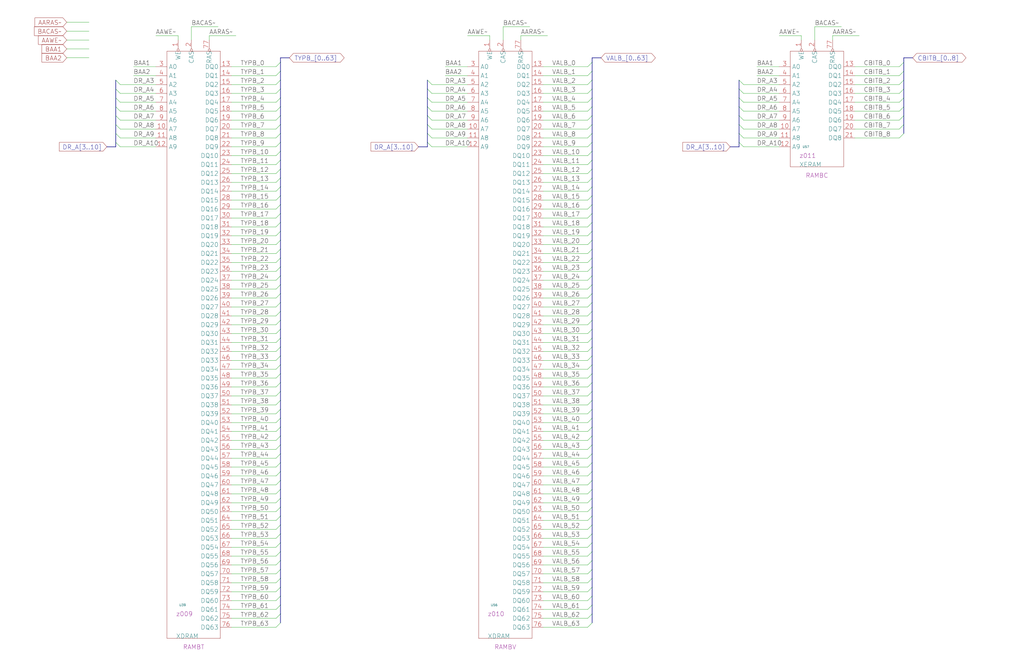
<source format=kicad_sch>
(kicad_sch (version 20230121) (generator eeschema)
  (paper "User" 584.2 378.46)
  (title_block (title "PLANEB DYNAMIC RAMS\\nTYPE BITS 0-31\\nCHECK BITS 0-2") (date "08-MAR-90") (rev "0.0") (comment 1 "MEM32 BOARD") (comment 2 "232-003066") (comment 3 "S400") (comment 4 "RELEASED"))
  (lib_symbols
    (symbol "r1000:XDRAM" (pin_names (offset 1.016))
      (property "Reference" "U" (at 2.54 5.08 0))
      (property "Value" "XDRAM" (at -1.27 -12.7 0))
      (property "Location" "___" (at -1.27 0 0))
      (property "Name" "______" (at 8.89 -20.32 0))
      (symbol "XDRAM_1_1"
        (rectangle (start -6.35 321.31) (end 24.13 -13.97))
        (circle (center 0 321.945) (radius 0.635))
        (circle (center 7.62 321.945) (radius 0.635))
        (circle (center 17.78 321.945) (radius 0.635))
        (pin input line (at 0 327.66 270) (length 5.08) (name "WE") (number "1"))
        (pin input line (at -12.7 276.86 0) (length 6.35) (name "A7") (number "10"))
        (pin input line (at -12.7 271.78 0) (length 6.35) (name "A8") (number "11"))
        (pin input line (at -12.7 266.7 0) (length 6.35) (name "A9") (number "12"))
        (pin bidirectional line (at 30.48 312.42 180) (length 6.35) (name "DQ0") (number "13"))
        (pin bidirectional line (at 30.48 307.34 180) (length 6.35) (name "DQ1") (number "14"))
        (pin bidirectional line (at 30.48 302.26 180) (length 6.35) (name "DQ2") (number "15"))
        (pin bidirectional line (at 30.48 297.18 180) (length 6.35) (name "DQ3") (number "16"))
        (pin bidirectional line (at 30.48 292.1 180) (length 6.35) (name "DQ4") (number "17"))
        (pin bidirectional line (at 30.48 287.02 180) (length 6.35) (name "DQ5") (number "18"))
        (pin bidirectional line (at 30.48 281.94 180) (length 6.35) (name "DQ6") (number "19"))
        (pin input line (at 7.62 327.66 270) (length 5.08) (name "CAS") (number "2"))
        (pin bidirectional line (at 30.48 276.86 180) (length 6.35) (name "DQ7") (number "20"))
        (pin bidirectional line (at 30.48 271.78 180) (length 6.35) (name "DQ8") (number "21"))
        (pin bidirectional line (at 30.48 266.7 180) (length 6.35) (name "DQ9") (number "22"))
        (pin bidirectional line (at 30.48 261.62 180) (length 6.35) (name "DQ10") (number "23"))
        (pin bidirectional line (at 30.48 256.54 180) (length 6.35) (name "DQ11") (number "24"))
        (pin bidirectional line (at 30.48 251.46 180) (length 6.35) (name "DQ12") (number "25"))
        (pin bidirectional line (at 30.48 246.38 180) (length 6.35) (name "DQ13") (number "26"))
        (pin bidirectional line (at 30.48 241.3 180) (length 6.35) (name "DQ14") (number "27"))
        (pin bidirectional line (at 30.48 236.22 180) (length 6.35) (name "DQ15") (number "28"))
        (pin bidirectional line (at 30.48 231.14 180) (length 6.35) (name "DQ16") (number "29"))
        (pin input line (at -12.7 312.42 0) (length 6.35) (name "A0") (number "3"))
        (pin bidirectional line (at 30.48 226.06 180) (length 6.35) (name "DQ17") (number "30"))
        (pin bidirectional line (at 30.48 220.98 180) (length 6.35) (name "DQ18") (number "31"))
        (pin bidirectional line (at 30.48 215.9 180) (length 6.35) (name "DQ19") (number "32"))
        (pin bidirectional line (at 30.48 210.82 180) (length 6.35) (name "DQ20") (number "33"))
        (pin bidirectional line (at 30.48 205.74 180) (length 6.35) (name "DQ21") (number "34"))
        (pin bidirectional line (at 30.48 200.66 180) (length 6.35) (name "DQ22") (number "35"))
        (pin bidirectional line (at 30.48 195.58 180) (length 6.35) (name "DQ23") (number "36"))
        (pin bidirectional line (at 30.48 190.5 180) (length 6.35) (name "DQ24") (number "37"))
        (pin bidirectional line (at 30.48 185.42 180) (length 6.35) (name "DQ25") (number "38"))
        (pin bidirectional line (at 30.48 180.34 180) (length 6.35) (name "DQ26") (number "39"))
        (pin input line (at -12.7 307.34 0) (length 6.35) (name "A1") (number "4"))
        (pin bidirectional line (at 30.48 175.26 180) (length 6.35) (name "DQ27") (number "40"))
        (pin bidirectional line (at 30.48 170.18 180) (length 6.35) (name "DQ28") (number "41"))
        (pin bidirectional line (at 30.48 165.1 180) (length 6.35) (name "DQ29") (number "42"))
        (pin bidirectional line (at 30.48 160.02 180) (length 6.35) (name "DQ30") (number "43"))
        (pin bidirectional line (at 30.48 154.94 180) (length 6.35) (name "DQ31") (number "44"))
        (pin bidirectional line (at 30.48 149.86 180) (length 6.35) (name "DQ32") (number "45"))
        (pin bidirectional line (at 30.48 144.78 180) (length 6.35) (name "DQ33") (number "46"))
        (pin bidirectional line (at 30.48 139.7 180) (length 6.35) (name "DQ34") (number "47"))
        (pin bidirectional line (at 30.48 134.62 180) (length 6.35) (name "DQ35") (number "48"))
        (pin bidirectional line (at 30.48 129.54 180) (length 6.35) (name "DQ36") (number "49"))
        (pin input line (at -12.7 302.26 0) (length 6.35) (name "A2") (number "5"))
        (pin bidirectional line (at 30.48 124.46 180) (length 6.35) (name "DQ37") (number "50"))
        (pin bidirectional line (at 30.48 119.38 180) (length 6.35) (name "DQ38") (number "51"))
        (pin bidirectional line (at 30.48 114.3 180) (length 6.35) (name "DQ39") (number "52"))
        (pin bidirectional line (at 30.48 109.22 180) (length 6.35) (name "DQ40") (number "53"))
        (pin bidirectional line (at 30.48 104.14 180) (length 6.35) (name "DQ41") (number "54"))
        (pin bidirectional line (at 30.48 99.06 180) (length 6.35) (name "DQ42") (number "55"))
        (pin bidirectional line (at 30.48 93.98 180) (length 6.35) (name "DQ43") (number "56"))
        (pin bidirectional line (at 30.48 88.9 180) (length 6.35) (name "DQ44") (number "57"))
        (pin bidirectional line (at 30.48 83.82 180) (length 6.35) (name "DQ45") (number "58"))
        (pin bidirectional line (at 30.48 78.74 180) (length 6.35) (name "DQ46") (number "59"))
        (pin input line (at -12.7 297.18 0) (length 6.35) (name "A3") (number "6"))
        (pin bidirectional line (at 30.48 73.66 180) (length 6.35) (name "DQ47") (number "60"))
        (pin bidirectional line (at 30.48 68.58 180) (length 6.35) (name "DQ48") (number "61"))
        (pin bidirectional line (at 30.48 63.5 180) (length 6.35) (name "DQ49") (number "62"))
        (pin bidirectional line (at 30.48 58.42 180) (length 6.35) (name "DQ50") (number "63"))
        (pin bidirectional line (at 30.48 53.34 180) (length 6.35) (name "DQ51") (number "64"))
        (pin bidirectional line (at 30.48 48.26 180) (length 6.35) (name "DQ52") (number "65"))
        (pin bidirectional line (at 30.48 43.18 180) (length 6.35) (name "DQ53") (number "66"))
        (pin bidirectional line (at 30.48 38.1 180) (length 6.35) (name "DQ54") (number "67"))
        (pin bidirectional line (at 30.48 33.02 180) (length 6.35) (name "DQ55") (number "68"))
        (pin bidirectional line (at 30.48 27.94 180) (length 6.35) (name "DQ56") (number "69"))
        (pin input line (at -12.7 292.1 0) (length 6.35) (name "A4") (number "7"))
        (pin bidirectional line (at 30.48 22.86 180) (length 6.35) (name "DQ57") (number "70"))
        (pin bidirectional line (at 30.48 17.78 180) (length 6.35) (name "DQ58") (number "71"))
        (pin bidirectional line (at 30.48 12.7 180) (length 6.35) (name "DQ59") (number "72"))
        (pin bidirectional line (at 30.48 7.62 180) (length 6.35) (name "DQ60") (number "73"))
        (pin bidirectional line (at 30.48 2.54 180) (length 6.35) (name "DQ61") (number "74"))
        (pin bidirectional line (at 30.48 -2.54 180) (length 6.35) (name "DQ62") (number "75"))
        (pin bidirectional line (at 30.48 -7.62 180) (length 6.35) (name "DQ63") (number "76"))
        (pin input line (at 17.78 327.66 270) (length 5.08) (name "RAS") (number "77"))
        (pin input line (at -12.7 287.02 0) (length 6.35) (name "A5") (number "8"))
        (pin input line (at -12.7 281.94 0) (length 6.35) (name "A6") (number "9"))
      )
    )
    (symbol "r1000:XERAM" (pin_names (offset 1.016))
      (property "Reference" "U" (at 2.54 5.08 0))
      (property "Value" "XERAM" (at -1.27 -5.08 0))
      (property "Location" "___" (at -1.27 0 0))
      (property "Name" "______" (at 8.89 -12.7 0))
      (symbol "XERAM_1_1"
        (rectangle (start -6.35 59.69) (end 24.13 -6.35))
        (circle (center 0 60.325) (radius 0.635))
        (circle (center 7.62 60.325) (radius 0.635))
        (circle (center 17.78 60.325) (radius 0.635))
        (pin input line (at 0 66.04 270) (length 5.08) (name "WE") (number "1"))
        (pin input line (at -12.7 15.24 0) (length 6.35) (name "A7") (number "10"))
        (pin input line (at -12.7 10.16 0) (length 6.35) (name "A8") (number "11"))
        (pin input line (at -12.7 5.08 0) (length 6.35) (name "A9") (number "12"))
        (pin bidirectional line (at 30.48 50.8 180) (length 6.35) (name "DQ0") (number "13"))
        (pin bidirectional line (at 30.48 45.72 180) (length 6.35) (name "DQ1") (number "14"))
        (pin bidirectional line (at 30.48 40.64 180) (length 6.35) (name "DQ2") (number "15"))
        (pin bidirectional line (at 30.48 35.56 180) (length 6.35) (name "DQ3") (number "16"))
        (pin bidirectional line (at 30.48 30.48 180) (length 6.35) (name "DQ4") (number "17"))
        (pin bidirectional line (at 30.48 25.4 180) (length 6.35) (name "DQ5") (number "18"))
        (pin bidirectional line (at 30.48 20.32 180) (length 6.35) (name "DQ6") (number "19"))
        (pin input line (at 7.62 66.04 270) (length 5.08) (name "CAS") (number "2"))
        (pin bidirectional line (at 30.48 15.24 180) (length 6.35) (name "DQ7") (number "20"))
        (pin bidirectional line (at 30.48 10.16 180) (length 6.35) (name "DQ8") (number "21"))
        (pin input line (at -12.7 50.8 0) (length 6.35) (name "A0") (number "3"))
        (pin input line (at -12.7 45.72 0) (length 6.35) (name "A1") (number "4"))
        (pin input line (at -12.7 40.64 0) (length 6.35) (name "A2") (number "5"))
        (pin input line (at -12.7 35.56 0) (length 6.35) (name "A3") (number "6"))
        (pin input line (at -12.7 30.48 0) (length 6.35) (name "A4") (number "7"))
        (pin input line (at 17.78 66.04 270) (length 5.08) (name "RAS") (number "77"))
        (pin input line (at -12.7 25.4 0) (length 6.35) (name "A5") (number "8"))
        (pin input line (at -12.7 20.32 0) (length 6.35) (name "A6") (number "9"))
      )
    )
  )
  (bus_entry (at 337.82 162.56) (size -2.54 2.54))
  (bus_entry (at 337.82 330.2) (size -2.54 2.54))
  (bus_entry (at 160.02 132.08) (size -2.54 2.54))
  (bus_entry (at 243.84 66.04) (size 2.54 2.54))
  (bus_entry (at 160.02 198.12) (size -2.54 2.54))
  (bus_entry (at 337.82 203.2) (size -2.54 2.54))
  (bus_entry (at 160.02 40.64) (size -2.54 2.54))
  (bus_entry (at 160.02 101.6) (size -2.54 2.54))
  (bus_entry (at 160.02 50.8) (size -2.54 2.54))
  (bus_entry (at 337.82 157.48) (size -2.54 2.54))
  (bus_entry (at 66.04 76.2) (size 2.54 2.54))
  (bus_entry (at 337.82 340.36) (size -2.54 2.54))
  (bus_entry (at 337.82 71.12) (size -2.54 2.54))
  (bus_entry (at 66.04 50.8) (size 2.54 2.54))
  (bus_entry (at 337.82 218.44) (size -2.54 2.54))
  (bus_entry (at 160.02 274.32) (size -2.54 2.54))
  (bus_entry (at 66.04 60.96) (size 2.54 2.54))
  (bus_entry (at 160.02 238.76) (size -2.54 2.54))
  (bus_entry (at 337.82 182.88) (size -2.54 2.54))
  (bus_entry (at 160.02 116.84) (size -2.54 2.54))
  (bus_entry (at 337.82 233.68) (size -2.54 2.54))
  (bus_entry (at 337.82 274.32) (size -2.54 2.54))
  (bus_entry (at 160.02 172.72) (size -2.54 2.54))
  (bus_entry (at 337.82 320.04) (size -2.54 2.54))
  (bus_entry (at 160.02 299.72) (size -2.54 2.54))
  (bus_entry (at 160.02 279.4) (size -2.54 2.54))
  (bus_entry (at 160.02 314.96) (size -2.54 2.54))
  (bus_entry (at 160.02 223.52) (size -2.54 2.54))
  (bus_entry (at 243.84 71.12) (size 2.54 2.54))
  (bus_entry (at 160.02 45.72) (size -2.54 2.54))
  (bus_entry (at 160.02 233.68) (size -2.54 2.54))
  (bus_entry (at 337.82 350.52) (size -2.54 2.54))
  (bus_entry (at 243.84 60.96) (size 2.54 2.54))
  (bus_entry (at 160.02 142.24) (size -2.54 2.54))
  (bus_entry (at 160.02 121.92) (size -2.54 2.54))
  (bus_entry (at 160.02 350.52) (size -2.54 2.54))
  (bus_entry (at 337.82 314.96) (size -2.54 2.54))
  (bus_entry (at 160.02 284.48) (size -2.54 2.54))
  (bus_entry (at 160.02 345.44) (size -2.54 2.54))
  (bus_entry (at 160.02 309.88) (size -2.54 2.54))
  (bus_entry (at 160.02 157.48) (size -2.54 2.54))
  (bus_entry (at 337.82 172.72) (size -2.54 2.54))
  (bus_entry (at 337.82 127) (size -2.54 2.54))
  (bus_entry (at 160.02 340.36) (size -2.54 2.54))
  (bus_entry (at 337.82 137.16) (size -2.54 2.54))
  (bus_entry (at 160.02 106.68) (size -2.54 2.54))
  (bus_entry (at 160.02 111.76) (size -2.54 2.54))
  (bus_entry (at 160.02 335.28) (size -2.54 2.54))
  (bus_entry (at 337.82 289.56) (size -2.54 2.54))
  (bus_entry (at 337.82 55.88) (size -2.54 2.54))
  (bus_entry (at 337.82 66.04) (size -2.54 2.54))
  (bus_entry (at 160.02 269.24) (size -2.54 2.54))
  (bus_entry (at 160.02 187.96) (size -2.54 2.54))
  (bus_entry (at 160.02 304.8) (size -2.54 2.54))
  (bus_entry (at 243.84 45.72) (size 2.54 2.54))
  (bus_entry (at 160.02 96.52) (size -2.54 2.54))
  (bus_entry (at 337.82 279.4) (size -2.54 2.54))
  (bus_entry (at 421.64 81.28) (size 2.54 2.54))
  (bus_entry (at 160.02 55.88) (size -2.54 2.54))
  (bus_entry (at 337.82 101.6) (size -2.54 2.54))
  (bus_entry (at 421.64 55.88) (size 2.54 2.54))
  (bus_entry (at 337.82 132.08) (size -2.54 2.54))
  (bus_entry (at 337.82 264.16) (size -2.54 2.54))
  (bus_entry (at 337.82 309.88) (size -2.54 2.54))
  (bus_entry (at 160.02 86.36) (size -2.54 2.54))
  (bus_entry (at 337.82 228.6) (size -2.54 2.54))
  (bus_entry (at 337.82 345.44) (size -2.54 2.54))
  (bus_entry (at 337.82 142.24) (size -2.54 2.54))
  (bus_entry (at 421.64 60.96) (size 2.54 2.54))
  (bus_entry (at 337.82 284.48) (size -2.54 2.54))
  (bus_entry (at 337.82 40.64) (size -2.54 2.54))
  (bus_entry (at 160.02 294.64) (size -2.54 2.54))
  (bus_entry (at 337.82 259.08) (size -2.54 2.54))
  (bus_entry (at 337.82 60.96) (size -2.54 2.54))
  (bus_entry (at 160.02 152.4) (size -2.54 2.54))
  (bus_entry (at 160.02 147.32) (size -2.54 2.54))
  (bus_entry (at 160.02 182.88) (size -2.54 2.54))
  (bus_entry (at 337.82 81.28) (size -2.54 2.54))
  (bus_entry (at 160.02 330.2) (size -2.54 2.54))
  (bus_entry (at 515.62 35.56) (size -2.54 2.54))
  (bus_entry (at 337.82 106.68) (size -2.54 2.54))
  (bus_entry (at 515.62 55.88) (size -2.54 2.54))
  (bus_entry (at 515.62 66.04) (size -2.54 2.54))
  (bus_entry (at 337.82 35.56) (size -2.54 2.54))
  (bus_entry (at 337.82 248.92) (size -2.54 2.54))
  (bus_entry (at 160.02 76.2) (size -2.54 2.54))
  (bus_entry (at 160.02 218.44) (size -2.54 2.54))
  (bus_entry (at 337.82 355.6) (size -2.54 2.54))
  (bus_entry (at 66.04 81.28) (size 2.54 2.54))
  (bus_entry (at 160.02 243.84) (size -2.54 2.54))
  (bus_entry (at 160.02 289.56) (size -2.54 2.54))
  (bus_entry (at 243.84 81.28) (size 2.54 2.54))
  (bus_entry (at 421.64 76.2) (size 2.54 2.54))
  (bus_entry (at 337.82 91.44) (size -2.54 2.54))
  (bus_entry (at 160.02 137.16) (size -2.54 2.54))
  (bus_entry (at 160.02 213.36) (size -2.54 2.54))
  (bus_entry (at 66.04 66.04) (size 2.54 2.54))
  (bus_entry (at 243.84 50.8) (size 2.54 2.54))
  (bus_entry (at 160.02 228.6) (size -2.54 2.54))
  (bus_entry (at 337.82 335.28) (size -2.54 2.54))
  (bus_entry (at 160.02 66.04) (size -2.54 2.54))
  (bus_entry (at 337.82 116.84) (size -2.54 2.54))
  (bus_entry (at 515.62 45.72) (size -2.54 2.54))
  (bus_entry (at 160.02 248.92) (size -2.54 2.54))
  (bus_entry (at 160.02 203.2) (size -2.54 2.54))
  (bus_entry (at 337.82 50.8) (size -2.54 2.54))
  (bus_entry (at 66.04 45.72) (size 2.54 2.54))
  (bus_entry (at 337.82 177.8) (size -2.54 2.54))
  (bus_entry (at 337.82 45.72) (size -2.54 2.54))
  (bus_entry (at 337.82 121.92) (size -2.54 2.54))
  (bus_entry (at 337.82 147.32) (size -2.54 2.54))
  (bus_entry (at 160.02 193.04) (size -2.54 2.54))
  (bus_entry (at 337.82 325.12) (size -2.54 2.54))
  (bus_entry (at 337.82 223.52) (size -2.54 2.54))
  (bus_entry (at 337.82 269.24) (size -2.54 2.54))
  (bus_entry (at 337.82 294.64) (size -2.54 2.54))
  (bus_entry (at 421.64 50.8) (size 2.54 2.54))
  (bus_entry (at 337.82 198.12) (size -2.54 2.54))
  (bus_entry (at 421.64 66.04) (size 2.54 2.54))
  (bus_entry (at 160.02 162.56) (size -2.54 2.54))
  (bus_entry (at 337.82 111.76) (size -2.54 2.54))
  (bus_entry (at 160.02 91.44) (size -2.54 2.54))
  (bus_entry (at 160.02 35.56) (size -2.54 2.54))
  (bus_entry (at 243.84 55.88) (size 2.54 2.54))
  (bus_entry (at 337.82 86.36) (size -2.54 2.54))
  (bus_entry (at 337.82 193.04) (size -2.54 2.54))
  (bus_entry (at 421.64 71.12) (size 2.54 2.54))
  (bus_entry (at 160.02 177.8) (size -2.54 2.54))
  (bus_entry (at 337.82 304.8) (size -2.54 2.54))
  (bus_entry (at 337.82 167.64) (size -2.54 2.54))
  (bus_entry (at 337.82 187.96) (size -2.54 2.54))
  (bus_entry (at 66.04 71.12) (size 2.54 2.54))
  (bus_entry (at 160.02 71.12) (size -2.54 2.54))
  (bus_entry (at 337.82 152.4) (size -2.54 2.54))
  (bus_entry (at 421.64 45.72) (size 2.54 2.54))
  (bus_entry (at 515.62 50.8) (size -2.54 2.54))
  (bus_entry (at 515.62 76.2) (size -2.54 2.54))
  (bus_entry (at 160.02 167.64) (size -2.54 2.54))
  (bus_entry (at 337.82 76.2) (size -2.54 2.54))
  (bus_entry (at 337.82 299.72) (size -2.54 2.54))
  (bus_entry (at 243.84 76.2) (size 2.54 2.54))
  (bus_entry (at 515.62 71.12) (size -2.54 2.54))
  (bus_entry (at 337.82 243.84) (size -2.54 2.54))
  (bus_entry (at 160.02 127) (size -2.54 2.54))
  (bus_entry (at 160.02 320.04) (size -2.54 2.54))
  (bus_entry (at 160.02 264.16) (size -2.54 2.54))
  (bus_entry (at 515.62 40.64) (size -2.54 2.54))
  (bus_entry (at 160.02 355.6) (size -2.54 2.54))
  (bus_entry (at 337.82 208.28) (size -2.54 2.54))
  (bus_entry (at 515.62 60.96) (size -2.54 2.54))
  (bus_entry (at 337.82 213.36) (size -2.54 2.54))
  (bus_entry (at 160.02 254) (size -2.54 2.54))
  (bus_entry (at 337.82 254) (size -2.54 2.54))
  (bus_entry (at 160.02 208.28) (size -2.54 2.54))
  (bus_entry (at 337.82 96.52) (size -2.54 2.54))
  (bus_entry (at 160.02 325.12) (size -2.54 2.54))
  (bus_entry (at 160.02 81.28) (size -2.54 2.54))
  (bus_entry (at 160.02 60.96) (size -2.54 2.54))
  (bus_entry (at 160.02 259.08) (size -2.54 2.54))
  (bus_entry (at 66.04 55.88) (size 2.54 2.54))
  (bus_entry (at 337.82 238.76) (size -2.54 2.54))
  (wire (pts (xy 132.08 353.06) (xy 157.48 353.06)))
  (wire (pts (xy 309.88 160.02) (xy 335.28 160.02)))
  (wire (pts (xy 68.58 73.66) (xy 88.9 73.66)))
  (bus (pts (xy 160.02 345.44) (xy 160.02 350.52)))
  (bus (pts (xy 243.84 66.04) (xy 243.84 71.12)))
  (bus (pts (xy 337.82 101.6) (xy 337.82 106.68)))
  (wire (pts (xy 309.88 297.18) (xy 335.28 297.18)))
  (wire (pts (xy 132.08 205.74) (xy 157.48 205.74)))
  (wire (pts (xy 309.88 93.98) (xy 335.28 93.98)))
  (bus (pts (xy 160.02 71.12) (xy 160.02 76.2)))
  (wire (pts (xy 132.08 266.7) (xy 157.48 266.7)))
  (bus (pts (xy 160.02 96.52) (xy 160.02 101.6)))
  (bus (pts (xy 337.82 111.76) (xy 337.82 116.84)))
  (bus (pts (xy 337.82 172.72) (xy 337.82 177.8)))
  (wire (pts (xy 246.38 53.34) (xy 266.7 53.34)))
  (bus (pts (xy 337.82 243.84) (xy 337.82 248.92)))
  (bus (pts (xy 160.02 35.56) (xy 160.02 40.64)))
  (bus (pts (xy 337.82 289.56) (xy 337.82 294.64)))
  (wire (pts (xy 132.08 317.5) (xy 157.48 317.5)))
  (wire (pts (xy 309.88 119.38) (xy 335.28 119.38)))
  (bus (pts (xy 66.04 66.04) (xy 66.04 71.12)))
  (wire (pts (xy 254 43.18) (xy 266.7 43.18)))
  (bus (pts (xy 160.02 279.4) (xy 160.02 284.48)))
  (wire (pts (xy 309.88 292.1) (xy 335.28 292.1)))
  (wire (pts (xy 132.08 297.18) (xy 157.48 297.18)))
  (bus (pts (xy 160.02 294.64) (xy 160.02 299.72)))
  (bus (pts (xy 160.02 137.16) (xy 160.02 142.24)))
  (wire (pts (xy 309.88 241.3) (xy 335.28 241.3)))
  (bus (pts (xy 160.02 233.68) (xy 160.02 238.76)))
  (bus (pts (xy 337.82 137.16) (xy 337.82 142.24)))
  (bus (pts (xy 160.02 76.2) (xy 160.02 81.28)))
  (bus (pts (xy 160.02 218.44) (xy 160.02 223.52)))
  (bus (pts (xy 160.02 66.04) (xy 160.02 71.12)))
  (wire (pts (xy 246.38 83.82) (xy 266.7 83.82)))
  (wire (pts (xy 132.08 73.66) (xy 157.48 73.66)))
  (bus (pts (xy 337.82 40.64) (xy 337.82 45.72)))
  (bus (pts (xy 337.82 335.28) (xy 337.82 340.36)))
  (wire (pts (xy 109.22 15.24) (xy 109.22 22.86)))
  (bus (pts (xy 160.02 309.88) (xy 160.02 314.96)))
  (bus (pts (xy 337.82 320.04) (xy 337.82 325.12)))
  (wire (pts (xy 474.98 20.32) (xy 474.98 22.86)))
  (bus (pts (xy 337.82 304.8) (xy 337.82 309.88)))
  (bus (pts (xy 160.02 45.72) (xy 160.02 50.8)))
  (bus (pts (xy 160.02 182.88) (xy 160.02 187.96)))
  (bus (pts (xy 337.82 162.56) (xy 337.82 167.64)))
  (wire (pts (xy 132.08 83.82) (xy 157.48 83.82)))
  (bus (pts (xy 337.82 157.48) (xy 337.82 162.56)))
  (bus (pts (xy 160.02 152.4) (xy 160.02 157.48)))
  (bus (pts (xy 160.02 198.12) (xy 160.02 203.2)))
  (wire (pts (xy 132.08 271.78) (xy 157.48 271.78)))
  (bus (pts (xy 337.82 187.96) (xy 337.82 193.04)))
  (bus (pts (xy 337.82 147.32) (xy 337.82 152.4)))
  (wire (pts (xy 309.88 83.82) (xy 335.28 83.82)))
  (wire (pts (xy 132.08 149.86) (xy 157.48 149.86)))
  (bus (pts (xy 243.84 83.82) (xy 243.84 81.28)))
  (bus (pts (xy 337.82 167.64) (xy 337.82 172.72)))
  (bus (pts (xy 337.82 116.84) (xy 337.82 121.92)))
  (bus (pts (xy 421.64 76.2) (xy 421.64 81.28)))
  (bus (pts (xy 66.04 76.2) (xy 66.04 81.28)))
  (wire (pts (xy 309.88 312.42) (xy 335.28 312.42)))
  (wire (pts (xy 309.88 317.5) (xy 335.28 317.5)))
  (bus (pts (xy 243.84 60.96) (xy 243.84 66.04)))
  (wire (pts (xy 132.08 226.06) (xy 157.48 226.06)))
  (wire (pts (xy 309.88 165.1) (xy 335.28 165.1)))
  (wire (pts (xy 424.18 53.34) (xy 444.5 53.34)))
  (wire (pts (xy 309.88 226.06) (xy 335.28 226.06)))
  (wire (pts (xy 132.08 347.98) (xy 157.48 347.98)))
  (bus (pts (xy 160.02 33.02) (xy 160.02 35.56)))
  (wire (pts (xy 132.08 327.66) (xy 157.48 327.66)))
  (bus (pts (xy 160.02 248.92) (xy 160.02 254)))
  (wire (pts (xy 487.68 43.18) (xy 513.08 43.18)))
  (wire (pts (xy 309.88 68.58) (xy 335.28 68.58)))
  (wire (pts (xy 279.4 20.32) (xy 279.4 22.86)))
  (wire (pts (xy 431.8 38.1) (xy 444.5 38.1)))
  (wire (pts (xy 309.88 63.5) (xy 335.28 63.5)))
  (wire (pts (xy 309.88 104.14) (xy 335.28 104.14)))
  (wire (pts (xy 309.88 236.22) (xy 335.28 236.22)))
  (bus (pts (xy 160.02 111.76) (xy 160.02 116.84)))
  (bus (pts (xy 160.02 147.32) (xy 160.02 152.4)))
  (wire (pts (xy 246.38 68.58) (xy 266.7 68.58)))
  (bus (pts (xy 160.02 208.28) (xy 160.02 213.36)))
  (wire (pts (xy 132.08 200.66) (xy 157.48 200.66)))
  (wire (pts (xy 132.08 261.62) (xy 157.48 261.62)))
  (bus (pts (xy 342.9 33.02) (xy 337.82 33.02)))
  (wire (pts (xy 68.58 58.42) (xy 88.9 58.42)))
  (wire (pts (xy 101.6 20.32) (xy 101.6 22.86)))
  (wire (pts (xy 132.08 134.62) (xy 157.48 134.62)))
  (bus (pts (xy 160.02 259.08) (xy 160.02 264.16)))
  (bus (pts (xy 337.82 76.2) (xy 337.82 81.28)))
  (wire (pts (xy 487.68 73.66) (xy 513.08 73.66)))
  (bus (pts (xy 337.82 182.88) (xy 337.82 187.96)))
  (wire (pts (xy 309.88 302.26) (xy 335.28 302.26)))
  (wire (pts (xy 297.18 20.32) (xy 297.18 22.86)))
  (wire (pts (xy 132.08 175.26) (xy 157.48 175.26)))
  (bus (pts (xy 337.82 350.52) (xy 337.82 355.6)))
  (bus (pts (xy 337.82 96.52) (xy 337.82 101.6)))
  (wire (pts (xy 309.88 124.46) (xy 335.28 124.46)))
  (bus (pts (xy 337.82 152.4) (xy 337.82 157.48)))
  (bus (pts (xy 515.62 35.56) (xy 515.62 40.64)))
  (bus (pts (xy 160.02 132.08) (xy 160.02 137.16)))
  (bus (pts (xy 160.02 172.72) (xy 160.02 177.8)))
  (wire (pts (xy 309.88 281.94) (xy 335.28 281.94)))
  (bus (pts (xy 337.82 81.28) (xy 337.82 86.36)))
  (wire (pts (xy 309.88 149.86) (xy 335.28 149.86)))
  (bus (pts (xy 160.02 50.8) (xy 160.02 55.88)))
  (wire (pts (xy 309.88 200.66) (xy 335.28 200.66)))
  (wire (pts (xy 309.88 195.58) (xy 335.28 195.58)))
  (bus (pts (xy 160.02 269.24) (xy 160.02 274.32)))
  (wire (pts (xy 132.08 337.82) (xy 157.48 337.82)))
  (wire (pts (xy 309.88 78.74) (xy 335.28 78.74)))
  (wire (pts (xy 287.02 15.24) (xy 287.02 22.86)))
  (wire (pts (xy 309.88 332.74) (xy 335.28 332.74)))
  (bus (pts (xy 337.82 55.88) (xy 337.82 60.96)))
  (wire (pts (xy 424.18 68.58) (xy 444.5 68.58)))
  (wire (pts (xy 424.18 83.82) (xy 444.5 83.82)))
  (wire (pts (xy 132.08 139.7) (xy 157.48 139.7)))
  (bus (pts (xy 416.56 83.82) (xy 421.64 83.82)))
  (wire (pts (xy 309.88 215.9) (xy 335.28 215.9)))
  (wire (pts (xy 38.1 22.86) (xy 50.8 22.86)))
  (wire (pts (xy 309.88 205.74) (xy 335.28 205.74)))
  (wire (pts (xy 132.08 195.58) (xy 157.48 195.58)))
  (wire (pts (xy 487.68 48.26) (xy 513.08 48.26)))
  (bus (pts (xy 160.02 243.84) (xy 160.02 248.92)))
  (bus (pts (xy 515.62 60.96) (xy 515.62 66.04)))
  (bus (pts (xy 515.62 55.88) (xy 515.62 60.96)))
  (wire (pts (xy 132.08 63.5) (xy 157.48 63.5)))
  (bus (pts (xy 66.04 50.8) (xy 66.04 55.88)))
  (bus (pts (xy 160.02 157.48) (xy 160.02 162.56)))
  (bus (pts (xy 160.02 304.8) (xy 160.02 309.88)))
  (wire (pts (xy 132.08 114.3) (xy 157.48 114.3)))
  (bus (pts (xy 160.02 60.96) (xy 160.02 66.04)))
  (bus (pts (xy 337.82 233.68) (xy 337.82 238.76)))
  (wire (pts (xy 132.08 215.9) (xy 157.48 215.9)))
  (wire (pts (xy 246.38 48.26) (xy 266.7 48.26)))
  (bus (pts (xy 337.82 71.12) (xy 337.82 76.2)))
  (wire (pts (xy 309.88 358.14) (xy 335.28 358.14)))
  (wire (pts (xy 132.08 43.18) (xy 157.48 43.18)))
  (bus (pts (xy 337.82 203.2) (xy 337.82 208.28)))
  (wire (pts (xy 490.22 20.32) (xy 474.98 20.32)))
  (wire (pts (xy 132.08 165.1) (xy 157.48 165.1)))
  (bus (pts (xy 421.64 50.8) (xy 421.64 55.88)))
  (bus (pts (xy 515.62 40.64) (xy 515.62 45.72)))
  (wire (pts (xy 309.88 271.78) (xy 335.28 271.78)))
  (bus (pts (xy 421.64 71.12) (xy 421.64 76.2)))
  (bus (pts (xy 515.62 71.12) (xy 515.62 76.2)))
  (wire (pts (xy 76.2 38.1) (xy 88.9 38.1)))
  (bus (pts (xy 515.62 33.02) (xy 515.62 35.56)))
  (wire (pts (xy 457.2 20.32) (xy 457.2 22.86)))
  (wire (pts (xy 309.88 139.7) (xy 335.28 139.7)))
  (wire (pts (xy 132.08 210.82) (xy 157.48 210.82)))
  (bus (pts (xy 421.64 45.72) (xy 421.64 50.8)))
  (wire (pts (xy 132.08 251.46) (xy 157.48 251.46)))
  (bus (pts (xy 337.82 60.96) (xy 337.82 66.04)))
  (wire (pts (xy 487.68 53.34) (xy 513.08 53.34)))
  (bus (pts (xy 160.02 350.52) (xy 160.02 355.6)))
  (wire (pts (xy 38.1 12.7) (xy 50.8 12.7)))
  (wire (pts (xy 309.88 180.34) (xy 335.28 180.34)))
  (bus (pts (xy 337.82 248.92) (xy 337.82 254)))
  (bus (pts (xy 337.82 314.96) (xy 337.82 320.04)))
  (wire (pts (xy 132.08 124.46) (xy 157.48 124.46)))
  (bus (pts (xy 160.02 274.32) (xy 160.02 279.4)))
  (wire (pts (xy 309.88 231.14) (xy 335.28 231.14)))
  (wire (pts (xy 309.88 251.46) (xy 335.28 251.46)))
  (bus (pts (xy 421.64 60.96) (xy 421.64 66.04)))
  (bus (pts (xy 160.02 325.12) (xy 160.02 330.2)))
  (wire (pts (xy 309.88 347.98) (xy 335.28 347.98)))
  (bus (pts (xy 160.02 177.8) (xy 160.02 182.88)))
  (bus (pts (xy 160.02 91.44) (xy 160.02 96.52)))
  (wire (pts (xy 132.08 78.74) (xy 157.48 78.74)))
  (bus (pts (xy 337.82 66.04) (xy 337.82 71.12)))
  (wire (pts (xy 309.88 109.22) (xy 335.28 109.22)))
  (bus (pts (xy 160.02 223.52) (xy 160.02 228.6)))
  (wire (pts (xy 132.08 358.14) (xy 157.48 358.14)))
  (bus (pts (xy 66.04 83.82) (xy 66.04 81.28)))
  (wire (pts (xy 132.08 220.98) (xy 157.48 220.98)))
  (bus (pts (xy 421.64 66.04) (xy 421.64 71.12)))
  (bus (pts (xy 160.02 314.96) (xy 160.02 320.04)))
  (bus (pts (xy 66.04 71.12) (xy 66.04 76.2)))
  (wire (pts (xy 309.88 38.1) (xy 335.28 38.1)))
  (wire (pts (xy 119.38 20.32) (xy 119.38 22.86)))
  (bus (pts (xy 160.02 193.04) (xy 160.02 198.12)))
  (wire (pts (xy 309.88 287.02) (xy 335.28 287.02)))
  (wire (pts (xy 487.68 58.42) (xy 513.08 58.42)))
  (bus (pts (xy 337.82 127) (xy 337.82 132.08)))
  (wire (pts (xy 309.88 99.06) (xy 335.28 99.06)))
  (wire (pts (xy 309.88 185.42) (xy 335.28 185.42)))
  (bus (pts (xy 337.82 299.72) (xy 337.82 304.8)))
  (bus (pts (xy 337.82 259.08) (xy 337.82 264.16)))
  (wire (pts (xy 309.88 170.18) (xy 335.28 170.18)))
  (bus (pts (xy 160.02 121.92) (xy 160.02 127)))
  (bus (pts (xy 160.02 116.84) (xy 160.02 121.92)))
  (wire (pts (xy 132.08 88.9) (xy 157.48 88.9)))
  (bus (pts (xy 160.02 81.28) (xy 160.02 86.36)))
  (bus (pts (xy 337.82 284.48) (xy 337.82 289.56)))
  (bus (pts (xy 337.82 340.36) (xy 337.82 345.44)))
  (bus (pts (xy 160.02 203.2) (xy 160.02 208.28)))
  (wire (pts (xy 132.08 307.34) (xy 157.48 307.34)))
  (wire (pts (xy 132.08 170.18) (xy 157.48 170.18)))
  (wire (pts (xy 309.88 322.58) (xy 335.28 322.58)))
  (wire (pts (xy 424.18 78.74) (xy 444.5 78.74)))
  (bus (pts (xy 337.82 132.08) (xy 337.82 137.16)))
  (wire (pts (xy 312.42 20.32) (xy 297.18 20.32)))
  (bus (pts (xy 66.04 55.88) (xy 66.04 60.96)))
  (wire (pts (xy 309.88 129.54) (xy 335.28 129.54)))
  (wire (pts (xy 309.88 256.54) (xy 335.28 256.54)))
  (bus (pts (xy 160.02 162.56) (xy 160.02 167.64)))
  (bus (pts (xy 337.82 279.4) (xy 337.82 284.48)))
  (wire (pts (xy 68.58 48.26) (xy 88.9 48.26)))
  (bus (pts (xy 160.02 213.36) (xy 160.02 218.44)))
  (wire (pts (xy 68.58 83.82) (xy 88.9 83.82)))
  (wire (pts (xy 132.08 109.22) (xy 157.48 109.22)))
  (wire (pts (xy 246.38 58.42) (xy 266.7 58.42)))
  (bus (pts (xy 160.02 335.28) (xy 160.02 340.36)))
  (wire (pts (xy 124.46 15.24) (xy 109.22 15.24)))
  (bus (pts (xy 160.02 340.36) (xy 160.02 345.44)))
  (wire (pts (xy 309.88 144.78) (xy 335.28 144.78)))
  (wire (pts (xy 309.88 246.38) (xy 335.28 246.38)))
  (wire (pts (xy 487.68 63.5) (xy 513.08 63.5)))
  (wire (pts (xy 309.88 58.42) (xy 335.28 58.42)))
  (bus (pts (xy 337.82 198.12) (xy 337.82 203.2)))
  (wire (pts (xy 132.08 246.38) (xy 157.48 246.38)))
  (wire (pts (xy 132.08 190.5) (xy 157.48 190.5)))
  (wire (pts (xy 309.88 266.7) (xy 335.28 266.7)))
  (bus (pts (xy 66.04 60.96) (xy 66.04 66.04)))
  (bus (pts (xy 337.82 208.28) (xy 337.82 213.36)))
  (wire (pts (xy 424.18 58.42) (xy 444.5 58.42)))
  (bus (pts (xy 243.84 76.2) (xy 243.84 81.28)))
  (bus (pts (xy 337.82 177.8) (xy 337.82 182.88)))
  (bus (pts (xy 160.02 254) (xy 160.02 259.08)))
  (wire (pts (xy 464.82 15.24) (xy 464.82 22.86)))
  (bus (pts (xy 337.82 121.92) (xy 337.82 127)))
  (wire (pts (xy 132.08 53.34) (xy 157.48 53.34)))
  (wire (pts (xy 487.68 38.1) (xy 513.08 38.1)))
  (wire (pts (xy 309.88 190.5) (xy 335.28 190.5)))
  (bus (pts (xy 160.02 55.88) (xy 160.02 60.96)))
  (bus (pts (xy 160.02 167.64) (xy 160.02 172.72)))
  (bus (pts (xy 515.62 66.04) (xy 515.62 71.12)))
  (wire (pts (xy 76.2 43.18) (xy 88.9 43.18)))
  (wire (pts (xy 309.88 175.26) (xy 335.28 175.26)))
  (bus (pts (xy 337.82 213.36) (xy 337.82 218.44)))
  (wire (pts (xy 132.08 93.98) (xy 157.48 93.98)))
  (bus (pts (xy 160.02 238.76) (xy 160.02 243.84)))
  (wire (pts (xy 132.08 144.78) (xy 157.48 144.78)))
  (bus (pts (xy 337.82 86.36) (xy 337.82 91.44)))
  (bus (pts (xy 243.84 45.72) (xy 243.84 50.8)))
  (wire (pts (xy 132.08 241.3) (xy 157.48 241.3)))
  (bus (pts (xy 337.82 106.68) (xy 337.82 111.76)))
  (bus (pts (xy 160.02 228.6) (xy 160.02 233.68)))
  (wire (pts (xy 309.88 342.9) (xy 335.28 342.9)))
  (bus (pts (xy 337.82 330.2) (xy 337.82 335.28)))
  (bus (pts (xy 515.62 50.8) (xy 515.62 55.88)))
  (wire (pts (xy 424.18 63.5) (xy 444.5 63.5)))
  (wire (pts (xy 132.08 292.1) (xy 157.48 292.1)))
  (bus (pts (xy 337.82 325.12) (xy 337.82 330.2)))
  (bus (pts (xy 160.02 106.68) (xy 160.02 111.76)))
  (wire (pts (xy 309.88 48.26) (xy 335.28 48.26)))
  (wire (pts (xy 68.58 53.34) (xy 88.9 53.34)))
  (wire (pts (xy 309.88 43.18) (xy 335.28 43.18)))
  (wire (pts (xy 132.08 160.02) (xy 157.48 160.02)))
  (bus (pts (xy 160.02 330.2) (xy 160.02 335.28)))
  (wire (pts (xy 132.08 287.02) (xy 157.48 287.02)))
  (bus (pts (xy 337.82 142.24) (xy 337.82 147.32)))
  (bus (pts (xy 165.1 33.02) (xy 160.02 33.02)))
  (wire (pts (xy 480.06 15.24) (xy 464.82 15.24)))
  (wire (pts (xy 68.58 68.58) (xy 88.9 68.58)))
  (wire (pts (xy 132.08 68.58) (xy 157.48 68.58)))
  (bus (pts (xy 337.82 50.8) (xy 337.82 55.88)))
  (wire (pts (xy 309.88 53.34) (xy 335.28 53.34)))
  (wire (pts (xy 132.08 256.54) (xy 157.48 256.54)))
  (bus (pts (xy 337.82 254) (xy 337.82 259.08)))
  (wire (pts (xy 38.1 33.02) (xy 50.8 33.02)))
  (bus (pts (xy 160.02 289.56) (xy 160.02 294.64)))
  (wire (pts (xy 487.68 68.58) (xy 513.08 68.58)))
  (wire (pts (xy 132.08 58.42) (xy 157.48 58.42)))
  (wire (pts (xy 132.08 276.86) (xy 157.48 276.86)))
  (wire (pts (xy 309.88 88.9) (xy 335.28 88.9)))
  (bus (pts (xy 337.82 223.52) (xy 337.82 228.6)))
  (wire (pts (xy 309.88 307.34) (xy 335.28 307.34)))
  (wire (pts (xy 309.88 327.66) (xy 335.28 327.66)))
  (wire (pts (xy 424.18 48.26) (xy 444.5 48.26)))
  (wire (pts (xy 309.88 337.82) (xy 335.28 337.82)))
  (wire (pts (xy 132.08 185.42) (xy 157.48 185.42)))
  (wire (pts (xy 132.08 48.26) (xy 157.48 48.26)))
  (wire (pts (xy 38.1 27.94) (xy 50.8 27.94)))
  (bus (pts (xy 160.02 299.72) (xy 160.02 304.8)))
  (wire (pts (xy 246.38 73.66) (xy 266.7 73.66)))
  (wire (pts (xy 302.26 15.24) (xy 287.02 15.24)))
  (wire (pts (xy 309.88 114.3) (xy 335.28 114.3)))
  (wire (pts (xy 132.08 119.38) (xy 157.48 119.38)))
  (bus (pts (xy 160.02 284.48) (xy 160.02 289.56)))
  (bus (pts (xy 160.02 101.6) (xy 160.02 106.68)))
  (wire (pts (xy 424.18 73.66) (xy 444.5 73.66)))
  (bus (pts (xy 337.82 228.6) (xy 337.82 233.68)))
  (bus (pts (xy 160.02 40.64) (xy 160.02 45.72)))
  (wire (pts (xy 132.08 342.9) (xy 157.48 342.9)))
  (wire (pts (xy 132.08 231.14) (xy 157.48 231.14)))
  (wire (pts (xy 254 38.1) (xy 266.7 38.1)))
  (wire (pts (xy 132.08 332.74) (xy 157.48 332.74)))
  (wire (pts (xy 132.08 322.58) (xy 157.48 322.58)))
  (bus (pts (xy 337.82 193.04) (xy 337.82 198.12)))
  (wire (pts (xy 309.88 210.82) (xy 335.28 210.82)))
  (bus (pts (xy 66.04 45.72) (xy 66.04 50.8)))
  (wire (pts (xy 38.1 17.78) (xy 50.8 17.78)))
  (bus (pts (xy 337.82 33.02) (xy 337.82 35.56)))
  (bus (pts (xy 337.82 345.44) (xy 337.82 350.52)))
  (bus (pts (xy 243.84 55.88) (xy 243.84 60.96)))
  (bus (pts (xy 337.82 45.72) (xy 337.82 50.8)))
  (bus (pts (xy 243.84 50.8) (xy 243.84 55.88)))
  (bus (pts (xy 515.62 45.72) (xy 515.62 50.8)))
  (wire (pts (xy 132.08 99.06) (xy 157.48 99.06)))
  (wire (pts (xy 431.8 43.18) (xy 444.5 43.18)))
  (bus (pts (xy 337.82 238.76) (xy 337.82 243.84)))
  (bus (pts (xy 337.82 269.24) (xy 337.82 274.32)))
  (wire (pts (xy 134.62 20.32) (xy 119.38 20.32)))
  (bus (pts (xy 337.82 274.32) (xy 337.82 279.4)))
  (wire (pts (xy 309.88 220.98) (xy 335.28 220.98)))
  (wire (pts (xy 132.08 180.34) (xy 157.48 180.34)))
  (wire (pts (xy 132.08 38.1) (xy 157.48 38.1)))
  (wire (pts (xy 309.88 353.06) (xy 335.28 353.06)))
  (bus (pts (xy 160.02 127) (xy 160.02 132.08)))
  (bus (pts (xy 421.64 83.82) (xy 421.64 81.28)))
  (bus (pts (xy 160.02 264.16) (xy 160.02 269.24)))
  (bus (pts (xy 337.82 218.44) (xy 337.82 223.52)))
  (wire (pts (xy 444.5 20.32) (xy 457.2 20.32)))
  (wire (pts (xy 309.88 276.86) (xy 335.28 276.86)))
  (wire (pts (xy 132.08 236.22) (xy 157.48 236.22)))
  (bus (pts (xy 520.7 33.02) (xy 515.62 33.02)))
  (wire (pts (xy 68.58 78.74) (xy 88.9 78.74)))
  (wire (pts (xy 487.68 78.74) (xy 513.08 78.74)))
  (bus (pts (xy 337.82 91.44) (xy 337.82 96.52)))
  (wire (pts (xy 132.08 104.14) (xy 157.48 104.14)))
  (bus (pts (xy 337.82 264.16) (xy 337.82 269.24)))
  (wire (pts (xy 132.08 312.42) (xy 157.48 312.42)))
  (bus (pts (xy 243.84 71.12) (xy 243.84 76.2)))
  (bus (pts (xy 60.96 83.82) (xy 66.04 83.82)))
  (bus (pts (xy 160.02 86.36) (xy 160.02 91.44)))
  (wire (pts (xy 132.08 129.54) (xy 157.48 129.54)))
  (bus (pts (xy 337.82 309.88) (xy 337.82 314.96)))
  (wire (pts (xy 266.7 20.32) (xy 279.4 20.32)))
  (bus (pts (xy 160.02 142.24) (xy 160.02 147.32)))
  (bus (pts (xy 337.82 35.56) (xy 337.82 40.64)))
  (wire (pts (xy 88.9 20.32) (xy 101.6 20.32)))
  (wire (pts (xy 132.08 281.94) (xy 157.48 281.94)))
  (wire (pts (xy 132.08 154.94) (xy 157.48 154.94)))
  (wire (pts (xy 309.88 134.62) (xy 335.28 134.62)))
  (bus (pts (xy 421.64 55.88) (xy 421.64 60.96)))
  (wire (pts (xy 309.88 73.66) (xy 335.28 73.66)))
  (bus (pts (xy 160.02 187.96) (xy 160.02 193.04)))
  (wire (pts (xy 132.08 302.26) (xy 157.48 302.26)))
  (bus (pts (xy 160.02 320.04) (xy 160.02 325.12)))
  (bus (pts (xy 238.76 83.82) (xy 243.84 83.82)))
  (wire (pts (xy 246.38 63.5) (xy 266.7 63.5)))
  (wire (pts (xy 68.58 63.5) (xy 88.9 63.5)))
  (wire (pts (xy 309.88 154.94) (xy 335.28 154.94)))
  (bus (pts (xy 337.82 294.64) (xy 337.82 299.72)))
  (wire (pts (xy 246.38 78.74) (xy 266.7 78.74)))
  (wire (pts (xy 309.88 261.62) (xy 335.28 261.62)))
  (label "CBITB_2" (at 492.76 48.26 0) (effects (font (size 2.54 2.54))))
  (label "DR_A3" (at 431.8 48.26 0) (effects (font (size 2.54 2.54))))
  (label "TYPB_23" (at 137.16 154.94 0) (effects (font (size 2.54 2.54))))
  (label "TYPB_18" (at 137.16 129.54 0) (effects (font (size 2.54 2.54))))
  (label "VALB_31" (at 314.96 195.58 0) (effects (font (size 2.54 2.54))))
  (label "TYPB_62" (at 137.16 353.06 0) (effects (font (size 2.54 2.54))))
  (label "TYPB_35" (at 137.16 215.9 0) (effects (font (size 2.54 2.54))))
  (label "VALB_22" (at 314.96 149.86 0) (effects (font (size 2.54 2.54))))
  (label "TYPB_60" (at 137.16 342.9 0) (effects (font (size 2.54 2.54))))
  (label "DR_A3" (at 254 48.26 0) (effects (font (size 2.54 2.54))))
  (label "TYPB_2" (at 137.16 48.26 0) (effects (font (size 2.54 2.54))))
  (label "VALB_56" (at 314.96 322.58 0) (effects (font (size 2.54 2.54))))
  (label "TYPB_61" (at 137.16 347.98 0) (effects (font (size 2.54 2.54))))
  (label "VALB_1" (at 314.96 43.18 0) (effects (font (size 2.54 2.54))))
  (label "TYPB_21" (at 137.16 144.78 0) (effects (font (size 2.54 2.54))))
  (label "VALB_0" (at 314.96 38.1 0) (effects (font (size 2.54 2.54))))
  (label "BACAS~" (at 287.02 15.24 0) (effects (font (size 2.54 2.54))))
  (label "TYPB_50" (at 137.16 292.1 0) (effects (font (size 2.54 2.54))))
  (label "AARAS~" (at 119.38 20.32 0) (effects (font (size 2.54 2.54))))
  (label "CBITB_1" (at 492.76 43.18 0) (effects (font (size 2.54 2.54))))
  (label "CBITB_4" (at 492.76 58.42 0) (effects (font (size 2.54 2.54))))
  (label "TYPB_29" (at 137.16 185.42 0) (effects (font (size 2.54 2.54))))
  (label "VALB_8" (at 314.96 78.74 0) (effects (font (size 2.54 2.54))))
  (label "VALB_20" (at 314.96 139.7 0) (effects (font (size 2.54 2.54))))
  (label "VALB_47" (at 314.96 276.86 0) (effects (font (size 2.54 2.54))))
  (label "VALB_16" (at 314.96 119.38 0) (effects (font (size 2.54 2.54))))
  (label "VALB_59" (at 314.96 337.82 0) (effects (font (size 2.54 2.54))))
  (label "VALB_11" (at 314.96 93.98 0) (effects (font (size 2.54 2.54))))
  (label "TYPB_55" (at 137.16 317.5 0) (effects (font (size 2.54 2.54))))
  (label "TYPB_12" (at 137.16 99.06 0) (effects (font (size 2.54 2.54))))
  (label "TYPB_47" (at 137.16 276.86 0) (effects (font (size 2.54 2.54))))
  (label "TYPB_16" (at 137.16 119.38 0) (effects (font (size 2.54 2.54))))
  (label "VALB_24" (at 314.96 160.02 0) (effects (font (size 2.54 2.54))))
  (label "TYPB_45" (at 137.16 266.7 0) (effects (font (size 2.54 2.54))))
  (label "TYPB_39" (at 137.16 236.22 0) (effects (font (size 2.54 2.54))))
  (label "VALB_13" (at 314.96 104.14 0) (effects (font (size 2.54 2.54))))
  (label "AARAS~" (at 297.18 20.32 0) (effects (font (size 2.54 2.54))))
  (label "DR_A6" (at 254 63.5 0) (effects (font (size 2.54 2.54))))
  (label "VALB_34" (at 314.96 210.82 0) (effects (font (size 2.54 2.54))))
  (label "AAWE~" (at 88.9 20.32 0) (effects (font (size 2.54 2.54))))
  (label "TYPB_1" (at 137.16 43.18 0) (effects (font (size 2.54 2.54))))
  (label "TYPB_4" (at 137.16 58.42 0) (effects (font (size 2.54 2.54))))
  (label "VALB_19" (at 314.96 134.62 0) (effects (font (size 2.54 2.54))))
  (label "VALB_14" (at 314.96 109.22 0) (effects (font (size 2.54 2.54))))
  (label "BACAS~" (at 109.22 15.24 0) (effects (font (size 2.54 2.54))))
  (label "TYPB_3" (at 137.16 53.34 0) (effects (font (size 2.54 2.54))))
  (label "TYPB_48" (at 137.16 281.94 0) (effects (font (size 2.54 2.54))))
  (label "CBITB_8" (at 492.76 78.74 0) (effects (font (size 2.54 2.54))))
  (label "TYPB_43" (at 137.16 256.54 0) (effects (font (size 2.54 2.54))))
  (label "CBITB_0" (at 492.76 38.1 0) (effects (font (size 2.54 2.54))))
  (label "VALB_18" (at 314.96 129.54 0) (effects (font (size 2.54 2.54))))
  (label "TYPB_36" (at 137.16 220.98 0) (effects (font (size 2.54 2.54))))
  (label "VALB_29" (at 314.96 185.42 0) (effects (font (size 2.54 2.54))))
  (label "VALB_33" (at 314.96 205.74 0) (effects (font (size 2.54 2.54))))
  (label "VALB_36" (at 314.96 220.98 0) (effects (font (size 2.54 2.54))))
  (label "TYPB_24" (at 137.16 160.02 0) (effects (font (size 2.54 2.54))))
  (label "VALB_12" (at 314.96 99.06 0) (effects (font (size 2.54 2.54))))
  (label "TYPB_63" (at 137.16 358.14 0) (effects (font (size 2.54 2.54))))
  (label "BAA2" (at 254 43.18 0) (effects (font (size 2.54 2.54))))
  (label "VALB_63" (at 314.96 358.14 0) (effects (font (size 2.54 2.54))))
  (label "TYPB_19" (at 137.16 134.62 0) (effects (font (size 2.54 2.54))))
  (label "BACAS~" (at 464.82 15.24 0) (effects (font (size 2.54 2.54))))
  (label "DR_A4" (at 76.2 53.34 0) (effects (font (size 2.54 2.54))))
  (label "TYPB_6" (at 137.16 68.58 0) (effects (font (size 2.54 2.54))))
  (label "TYPB_41" (at 137.16 246.38 0) (effects (font (size 2.54 2.54))))
  (label "TYPB_17" (at 137.16 124.46 0) (effects (font (size 2.54 2.54))))
  (label "DR_A8" (at 431.8 73.66 0) (effects (font (size 2.54 2.54))))
  (label "DR_A8" (at 76.2 73.66 0) (effects (font (size 2.54 2.54))))
  (label "TYPB_52" (at 137.16 302.26 0) (effects (font (size 2.54 2.54))))
  (label "VALB_15" (at 314.96 114.3 0) (effects (font (size 2.54 2.54))))
  (label "VALB_40" (at 314.96 241.3 0) (effects (font (size 2.54 2.54))))
  (label "TYPB_56" (at 137.16 322.58 0) (effects (font (size 2.54 2.54))))
  (label "TYPB_9" (at 137.16 83.82 0) (effects (font (size 2.54 2.54))))
  (label "VALB_49" (at 314.96 287.02 0) (effects (font (size 2.54 2.54))))
  (label "AAWE~" (at 266.7 20.32 0) (effects (font (size 2.54 2.54))))
  (label "BAA1" (at 76.2 38.1 0) (effects (font (size 2.54 2.54))))
  (label "TYPB_32" (at 137.16 200.66 0) (effects (font (size 2.54 2.54))))
  (label "DR_A9" (at 254 78.74 0) (effects (font (size 2.54 2.54))))
  (label "VALB_46" (at 314.96 271.78 0) (effects (font (size 2.54 2.54))))
  (label "CBITB_7" (at 492.76 73.66 0) (effects (font (size 2.54 2.54))))
  (label "VALB_30" (at 314.96 190.5 0) (effects (font (size 2.54 2.54))))
  (label "VALB_48" (at 314.96 281.94 0) (effects (font (size 2.54 2.54))))
  (label "VALB_7" (at 314.96 73.66 0) (effects (font (size 2.54 2.54))))
  (label "DR_A10" (at 254 83.82 0) (effects (font (size 2.54 2.54))))
  (label "VALB_23" (at 314.96 154.94 0) (effects (font (size 2.54 2.54))))
  (label "TYPB_7" (at 137.16 73.66 0) (effects (font (size 2.54 2.54))))
  (label "VALB_27" (at 314.96 175.26 0) (effects (font (size 2.54 2.54))))
  (label "BAA2" (at 76.2 43.18 0) (effects (font (size 2.54 2.54))))
  (label "VALB_37" (at 314.96 226.06 0) (effects (font (size 2.54 2.54))))
  (label "VALB_5" (at 314.96 63.5 0) (effects (font (size 2.54 2.54))))
  (label "VALB_4" (at 314.96 58.42 0) (effects (font (size 2.54 2.54))))
  (label "DR_A3" (at 76.2 48.26 0) (effects (font (size 2.54 2.54))))
  (label "DR_A9" (at 431.8 78.74 0) (effects (font (size 2.54 2.54))))
  (label "TYPB_27" (at 137.16 175.26 0) (effects (font (size 2.54 2.54))))
  (label "VALB_28" (at 314.96 180.34 0) (effects (font (size 2.54 2.54))))
  (label "CBITB_3" (at 492.76 53.34 0) (effects (font (size 2.54 2.54))))
  (label "VALB_42" (at 314.96 251.46 0) (effects (font (size 2.54 2.54))))
  (label "TYPB_44" (at 137.16 261.62 0) (effects (font (size 2.54 2.54))))
  (label "TYPB_37" (at 137.16 226.06 0) (effects (font (size 2.54 2.54))))
  (label "DR_A6" (at 431.8 63.5 0) (effects (font (size 2.54 2.54))))
  (label "VALB_38" (at 314.96 231.14 0) (effects (font (size 2.54 2.54))))
  (label "BAA2" (at 431.8 43.18 0) (effects (font (size 2.54 2.54))))
  (label "TYPB_8" (at 137.16 78.74 0) (effects (font (size 2.54 2.54))))
  (label "VALB_21" (at 314.96 144.78 0) (effects (font (size 2.54 2.54))))
  (label "VALB_3" (at 314.96 53.34 0) (effects (font (size 2.54 2.54))))
  (label "TYPB_54" (at 137.16 312.42 0) (effects (font (size 2.54 2.54))))
  (label "VALB_25" (at 314.96 165.1 0) (effects (font (size 2.54 2.54))))
  (label "VALB_54" (at 314.96 312.42 0) (effects (font (size 2.54 2.54))))
  (label "DR_A6" (at 76.2 63.5 0) (effects (font (size 2.54 2.54))))
  (label "VALB_32" (at 314.96 200.66 0) (effects (font (size 2.54 2.54))))
  (label "VALB_6" (at 314.96 68.58 0) (effects (font (size 2.54 2.54))))
  (label "TYPB_59" (at 137.16 337.82 0) (effects (font (size 2.54 2.54))))
  (label "VALB_2" (at 314.96 48.26 0) (effects (font (size 2.54 2.54))))
  (label "DR_A7" (at 254 68.58 0) (effects (font (size 2.54 2.54))))
  (label "TYPB_0" (at 137.16 38.1 0) (effects (font (size 2.54 2.54))))
  (label "TYPB_10" (at 137.16 88.9 0) (effects (font (size 2.54 2.54))))
  (label "TYPB_42" (at 137.16 251.46 0) (effects (font (size 2.54 2.54))))
  (label "DR_A9" (at 76.2 78.74 0) (effects (font (size 2.54 2.54))))
  (label "AAWE~" (at 444.5 20.32 0) (effects (font (size 2.54 2.54))))
  (label "TYPB_51" (at 137.16 297.18 0) (effects (font (size 2.54 2.54))))
  (label "DR_A7" (at 76.2 68.58 0) (effects (font (size 2.54 2.54))))
  (label "DR_A10" (at 431.8 83.82 0) (effects (font (size 2.54 2.54))))
  (label "TYPB_26" (at 137.16 170.18 0) (effects (font (size 2.54 2.54))))
  (label "TYPB_33" (at 137.16 205.74 0) (effects (font (size 2.54 2.54))))
  (label "VALB_60" (at 314.96 342.9 0) (effects (font (size 2.54 2.54))))
  (label "VALB_50" (at 314.96 292.1 0) (effects (font (size 2.54 2.54))))
  (label "TYPB_13" (at 137.16 104.14 0) (effects (font (size 2.54 2.54))))
  (label "BAA1" (at 254 38.1 0) (effects (font (size 2.54 2.54))))
  (label "DR_A10" (at 76.2 83.82 0) (effects (font (size 2.54 2.54))))
  (label "VALB_62" (at 314.96 353.06 0) (effects (font (size 2.54 2.54))))
  (label "TYPB_49" (at 137.16 287.02 0) (effects (font (size 2.54 2.54))))
  (label "TYPB_46" (at 137.16 271.78 0) (effects (font (size 2.54 2.54))))
  (label "VALB_39" (at 314.96 236.22 0) (effects (font (size 2.54 2.54))))
  (label "VALB_10" (at 314.96 88.9 0) (effects (font (size 2.54 2.54))))
  (label "TYPB_11" (at 137.16 93.98 0) (effects (font (size 2.54 2.54))))
  (label "VALB_17" (at 314.96 124.46 0) (effects (font (size 2.54 2.54))))
  (label "DR_A4" (at 431.8 53.34 0) (effects (font (size 2.54 2.54))))
  (label "AARAS~" (at 474.98 20.32 0) (effects (font (size 2.54 2.54))))
  (label "VALB_55" (at 314.96 317.5 0) (effects (font (size 2.54 2.54))))
  (label "DR_A5" (at 431.8 58.42 0) (effects (font (size 2.54 2.54))))
  (label "CBITB_6" (at 492.76 68.58 0) (effects (font (size 2.54 2.54))))
  (label "VALB_43" (at 314.96 256.54 0) (effects (font (size 2.54 2.54))))
  (label "VALB_57" (at 314.96 327.66 0) (effects (font (size 2.54 2.54))))
  (label "TYPB_57" (at 137.16 327.66 0) (effects (font (size 2.54 2.54))))
  (label "VALB_58" (at 314.96 332.74 0) (effects (font (size 2.54 2.54))))
  (label "TYPB_5" (at 137.16 63.5 0) (effects (font (size 2.54 2.54))))
  (label "TYPB_30" (at 137.16 190.5 0) (effects (font (size 2.54 2.54))))
  (label "TYPB_25" (at 137.16 165.1 0) (effects (font (size 2.54 2.54))))
  (label "DR_A5" (at 254 58.42 0) (effects (font (size 2.54 2.54))))
  (label "VALB_45" (at 314.96 266.7 0) (effects (font (size 2.54 2.54))))
  (label "VALB_53" (at 314.96 307.34 0) (effects (font (size 2.54 2.54))))
  (label "VALB_9" (at 314.96 83.82 0) (effects (font (size 2.54 2.54))))
  (label "VALB_52" (at 314.96 302.26 0) (effects (font (size 2.54 2.54))))
  (label "VALB_61" (at 314.96 347.98 0) (effects (font (size 2.54 2.54))))
  (label "TYPB_28" (at 137.16 180.34 0) (effects (font (size 2.54 2.54))))
  (label "TYPB_38" (at 137.16 231.14 0) (effects (font (size 2.54 2.54))))
  (label "TYPB_15" (at 137.16 114.3 0) (effects (font (size 2.54 2.54))))
  (label "TYPB_40" (at 137.16 241.3 0) (effects (font (size 2.54 2.54))))
  (label "TYPB_31" (at 137.16 195.58 0) (effects (font (size 2.54 2.54))))
  (label "TYPB_20" (at 137.16 139.7 0) (effects (font (size 2.54 2.54))))
  (label "VALB_51" (at 314.96 297.18 0) (effects (font (size 2.54 2.54))))
  (label "VALB_41" (at 314.96 246.38 0) (effects (font (size 2.54 2.54))))
  (label "CBITB_5" (at 492.76 63.5 0) (effects (font (size 2.54 2.54))))
  (label "TYPB_22" (at 137.16 149.86 0) (effects (font (size 2.54 2.54))))
  (label "TYPB_14" (at 137.16 109.22 0) (effects (font (size 2.54 2.54))))
  (label "VALB_35" (at 314.96 215.9 0) (effects (font (size 2.54 2.54))))
  (label "VALB_44" (at 314.96 261.62 0) (effects (font (size 2.54 2.54))))
  (label "DR_A5" (at 76.2 58.42 0) (effects (font (size 2.54 2.54))))
  (label "BAA1" (at 431.8 38.1 0) (effects (font (size 2.54 2.54))))
  (label "TYPB_58" (at 137.16 332.74 0) (effects (font (size 2.54 2.54))))
  (label "VALB_26" (at 314.96 170.18 0) (effects (font (size 2.54 2.54))))
  (label "DR_A7" (at 431.8 68.58 0) (effects (font (size 2.54 2.54))))
  (label "DR_A8" (at 254 73.66 0) (effects (font (size 2.54 2.54))))
  (label "TYPB_34" (at 137.16 210.82 0) (effects (font (size 2.54 2.54))))
  (label "DR_A4" (at 254 53.34 0) (effects (font (size 2.54 2.54))))
  (label "TYPB_53" (at 137.16 307.34 0) (effects (font (size 2.54 2.54))))
  (global_label "VALB_[0..63]" (shape bidirectional) (at 342.9 33.02 0) (effects (font (size 2.54 2.54))) (property "Intersheetrefs" "${INTERSHEET_REFS}" (at 374.8055 33.02 0) (effects (font (size 1.905 1.905)) (justify left))))
  (global_label "BACAS~" (shape input) (at 38.1 17.78 180) (effects (font (size 2.54 2.54))) (property "Intersheetrefs" "${INTERSHEET_REFS}" (at 19.9692 17.6213 0) (effects (font (size 1.905 1.905)) (justify right))))
  (global_label "BAA1" (shape input) (at 38.1 27.94 180) (effects (font (size 2.54 2.54))) (property "Intersheetrefs" "${INTERSHEET_REFS}" (at 23.2939 27.94 0) (effects (justify right))))
  (global_label "CBITB_[0..8]" (shape bidirectional) (at 520.7 33.02 0) (effects (font (size 2.54 2.54))) (property "Intersheetrefs" "${INTERSHEET_REFS}" (at 548.8698 32.8613 0) (effects (font (size 1.905 1.905)) (justify left))))
  (global_label "DR_A[3..10]" (shape input) (at 60.96 83.82 180) (effects (font (size 2.54 2.54))) (property "Intersheetrefs" "${INTERSHEET_REFS}" (at 33.2122 83.82 0) (effects (font (size 1.905 1.905)) (justify right))))
  (global_label "AAWE~" (shape input) (at 38.1 22.86 180) (effects (font (size 2.54 2.54))) (property "Intersheetrefs" "${INTERSHEET_REFS}" (at 21.9045 22.7013 0) (effects (font (size 1.905 1.905)) (justify right))))
  (global_label "TYPB_[0..63]" (shape bidirectional) (at 165.1 33.02 0) (effects (font (size 2.54 2.54))) (property "Intersheetrefs" "${INTERSHEET_REFS}" (at 197.0055 33.02 0) (effects (font (size 1.905 1.905)) (justify left))))
  (global_label "DR_A[3..10]" (shape input) (at 416.56 83.82 180) (effects (font (size 2.54 2.54))) (property "Intersheetrefs" "${INTERSHEET_REFS}" (at 388.8122 83.82 0) (effects (font (size 1.905 1.905)) (justify right))))
  (global_label "BAA2" (shape input) (at 38.1 33.02 180) (effects (font (size 2.54 2.54))) (property "Intersheetrefs" "${INTERSHEET_REFS}" (at 23.2939 33.02 0) (effects (justify right))))
  (global_label "DR_A[3..10]" (shape input) (at 238.76 83.82 180) (effects (font (size 2.54 2.54))) (property "Intersheetrefs" "${INTERSHEET_REFS}" (at 211.0122 83.82 0) (effects (font (size 1.905 1.905)) (justify right))))
  (global_label "AARAS~" (shape input) (at 38.1 12.7 180) (effects (font (size 2.54 2.54))) (property "Intersheetrefs" "${INTERSHEET_REFS}" (at 19.9692 12.5413 0) (effects (font (size 1.905 1.905)) (justify right))))
  (symbol (lib_id "r1000:XERAM") (at 457.2 88.9 0) (unit 1)
    (property "Reference" "U57" (at 459.74 83.82 0))
    (property "Value" "XERAM" (at 455.93 93.98 0) (effects (font (size 2.54 2.54)) (justify left)))
    (property "Location" "z011" (at 455.93 88.9 0) (effects (font (size 2.54 2.54)) (justify left)))
    (property "Name" "RAMBC" (at 466.09 101.6 0) (effects (font (size 2.54 2.54)) (justify bottom)))
  )
  (symbol (lib_id "r1000:XDRAM") (at 101.6 350.52 0) (unit 1)
    (property "Reference" "U39" (at 104.14 345.44 0))
    (property "Value" "XDRAM" (at 100.33 363.22 0) (effects (font (size 2.54 2.54)) (justify left)))
    (property "Location" "z009" (at 100.33 350.52 0) (effects (font (size 2.54 2.54)) (justify left)))
    (property "Name" "RAMBT" (at 110.49 370.84 0) (effects (font (size 2.54 2.54)) (justify bottom)))
  )
  (symbol (lib_id "r1000:XDRAM") (at 279.4 350.52 0) (unit 1)
    (property "Reference" "U56" (at 281.94 345.44 0))
    (property "Value" "XDRAM" (at 278.13 363.22 0) (effects (font (size 2.54 2.54)) (justify left)))
    (property "Location" "z010" (at 278.13 350.52 0) (effects (font (size 2.54 2.54)) (justify left)))
    (property "Name" "RAMBV" (at 288.29 370.84 0) (effects (font (size 2.54 2.54)) (justify bottom)))
  )
)
</source>
